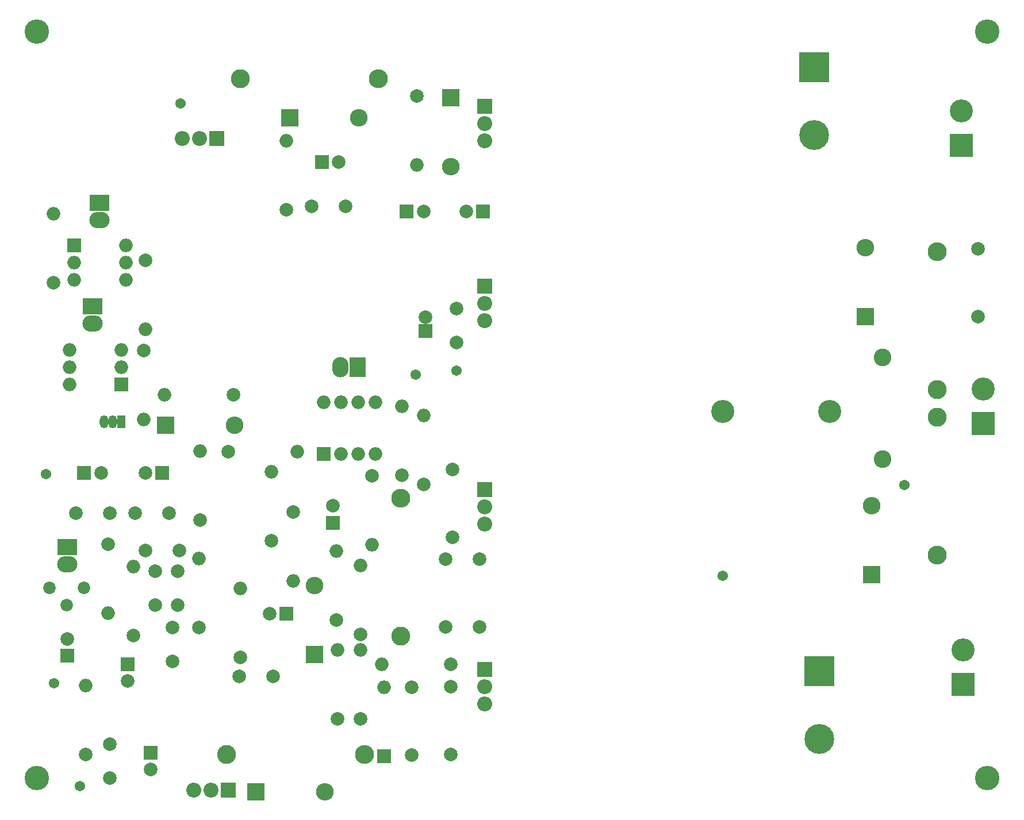
<source format=gts>
%TF.GenerationSoftware,KiCad,Pcbnew,4.0.7*%
%TF.CreationDate,2018-02-19T16:18:31+01:00*%
%TF.ProjectId,IRS2092_board_H61M,495253323039325F626F6172645F4836,beta_v1*%
%TF.FileFunction,Soldermask,Top*%
%FSLAX46Y46*%
G04 Gerber Fmt 4.6, Leading zero omitted, Abs format (unit mm)*
G04 Created by KiCad (PCBNEW 4.0.7) date 02/19/18 16:18:31*
%MOMM*%
%LPD*%
G01*
G04 APERTURE LIST*
%ADD10C,0.100000*%
%ADD11R,4.400000X4.400000*%
%ADD12C,4.400000*%
%ADD13R,2.000000X2.000000*%
%ADD14C,2.000000*%
%ADD15C,2.600000*%
%ADD16R,2.600000X2.600000*%
%ADD17O,2.600000X2.600000*%
%ADD18O,2.000000X2.000000*%
%ADD19R,3.000000X2.400000*%
%ADD20O,3.000000X2.400000*%
%ADD21R,2.400000X3.000000*%
%ADD22O,2.400000X3.000000*%
%ADD23C,3.400000*%
%ADD24O,1.300000X1.900000*%
%ADD25R,1.300000X1.900000*%
%ADD26R,2.200000X2.200000*%
%ADD27O,2.200000X2.200000*%
%ADD28C,2.800000*%
%ADD29O,2.800000X2.800000*%
%ADD30C,1.840000*%
%ADD31C,3.600000*%
%ADD32C,1.543000*%
%ADD33R,3.400000X3.400000*%
G04 APERTURE END LIST*
D10*
D11*
X199500000Y-40250000D03*
D12*
X199500000Y-50250000D03*
D13*
X128600000Y-107400000D03*
D14*
X128600000Y-104900000D03*
X90750000Y-106000000D03*
X95750000Y-106000000D03*
D13*
X103500000Y-100000000D03*
D14*
X101000000Y-100000000D03*
D13*
X89500000Y-127000000D03*
D14*
X89500000Y-124500000D03*
X99500000Y-106000000D03*
X104500000Y-106000000D03*
X102500000Y-114500000D03*
X102500000Y-119500000D03*
X105750000Y-119500000D03*
X105750000Y-114500000D03*
X106000000Y-111500000D03*
X101000000Y-111500000D03*
X125500000Y-60750000D03*
X130500000Y-60750000D03*
D13*
X92000000Y-100000000D03*
D14*
X94500000Y-100000000D03*
D13*
X98400000Y-128200000D03*
D14*
X98400000Y-130700000D03*
X105000000Y-122800000D03*
X105000000Y-127800000D03*
D13*
X127000000Y-54250000D03*
D14*
X129500000Y-54250000D03*
D13*
X121800000Y-120800000D03*
D14*
X119300000Y-120800000D03*
X95750000Y-145000000D03*
X95750000Y-140000000D03*
D13*
X142230000Y-79134000D03*
D14*
X142230000Y-77134000D03*
X146802000Y-75832000D03*
X146802000Y-80832000D03*
D13*
X101750000Y-141250000D03*
D14*
X101750000Y-143750000D03*
X146000000Y-131500000D03*
X146000000Y-141500000D03*
D13*
X150750000Y-61500000D03*
D14*
X148250000Y-61500000D03*
D11*
X200250000Y-129250000D03*
D12*
X200250000Y-139250000D03*
D14*
X146250000Y-109500000D03*
X146250000Y-99500000D03*
X150250000Y-122750000D03*
X150250000Y-112750000D03*
X145250000Y-122750000D03*
X145250000Y-112750000D03*
D13*
X139500000Y-61500000D03*
D14*
X142000000Y-61500000D03*
X140200000Y-141600000D03*
X140200000Y-131600000D03*
D15*
X209600000Y-98000000D03*
X209600000Y-83000000D03*
D14*
X223600000Y-67000000D03*
X223600000Y-77000000D03*
X119800000Y-130000000D03*
X114800000Y-130000000D03*
D16*
X104000000Y-93000000D03*
D17*
X114160000Y-93000000D03*
D16*
X122250000Y-47750000D03*
D17*
X132410000Y-47750000D03*
D16*
X125900000Y-126800000D03*
D17*
X125900000Y-116640000D03*
D13*
X136200000Y-141800000D03*
D18*
X136200000Y-131640000D03*
D16*
X117250000Y-147000000D03*
D17*
X127410000Y-147000000D03*
D16*
X146000000Y-44750000D03*
D17*
X146000000Y-54910000D03*
D16*
X208000000Y-115000000D03*
D17*
X208000000Y-104840000D03*
D16*
X207000000Y-77000000D03*
D17*
X207000000Y-66840000D03*
D19*
X89500000Y-111000000D03*
D20*
X89500000Y-113540000D03*
D19*
X93250000Y-75500000D03*
D20*
X93250000Y-78040000D03*
D19*
X94250000Y-60250000D03*
D20*
X94250000Y-62790000D03*
D21*
X132250000Y-84500000D03*
D22*
X129710000Y-84500000D03*
D23*
X186000000Y-91000000D03*
X201800000Y-91000000D03*
D24*
X96230000Y-92500000D03*
X94960000Y-92500000D03*
D25*
X97500000Y-92500000D03*
D26*
X151000000Y-129000000D03*
D27*
X151000000Y-131540000D03*
X151000000Y-134080000D03*
D26*
X151000000Y-102500000D03*
D27*
X151000000Y-105040000D03*
X151000000Y-107580000D03*
D26*
X151000000Y-46000000D03*
D27*
X151000000Y-48540000D03*
X151000000Y-51080000D03*
D14*
X114000000Y-88500000D03*
D18*
X103840000Y-88500000D03*
D14*
X100750000Y-82000000D03*
D18*
X100750000Y-92160000D03*
D14*
X95500000Y-110500000D03*
D18*
X95500000Y-120660000D03*
D14*
X99250000Y-124000000D03*
D18*
X99250000Y-113840000D03*
D14*
X121750000Y-61250000D03*
D18*
X121750000Y-51090000D03*
D14*
X113200000Y-96900000D03*
D18*
X123360000Y-96900000D03*
D14*
X109100000Y-107000000D03*
D18*
X109100000Y-96840000D03*
D14*
X87500000Y-72000000D03*
D18*
X87500000Y-61840000D03*
D14*
X119600000Y-110000000D03*
D18*
X119600000Y-99840000D03*
D14*
X92250000Y-141500000D03*
D18*
X92250000Y-131340000D03*
D14*
X108900000Y-122800000D03*
D18*
X108900000Y-112640000D03*
D14*
X101000000Y-68750000D03*
D18*
X101000000Y-78910000D03*
D28*
X115000000Y-42000000D03*
D29*
X135320000Y-42000000D03*
D14*
X134400000Y-100500000D03*
D18*
X134400000Y-110660000D03*
D14*
X138800000Y-100400000D03*
D18*
X138800000Y-90240000D03*
D14*
X122800000Y-105800000D03*
D18*
X122800000Y-115960000D03*
D14*
X129100000Y-121700000D03*
D18*
X129100000Y-111540000D03*
D14*
X129300000Y-136300000D03*
D18*
X129300000Y-126140000D03*
D14*
X132700000Y-136300000D03*
D18*
X132700000Y-126140000D03*
D14*
X132700000Y-123800000D03*
D18*
X132700000Y-113640000D03*
D14*
X146000000Y-128200000D03*
D18*
X135840000Y-128200000D03*
D14*
X142000000Y-101750000D03*
D18*
X142000000Y-91590000D03*
D28*
X113000000Y-141500000D03*
D29*
X133320000Y-141500000D03*
D14*
X141000000Y-44500000D03*
D18*
X141000000Y-54660000D03*
D28*
X138600000Y-124100000D03*
D29*
X138600000Y-103780000D03*
D28*
X217600000Y-87800000D03*
D29*
X217600000Y-67480000D03*
D28*
X217600000Y-91800000D03*
D29*
X217600000Y-112120000D03*
D14*
X115000000Y-127200000D03*
D18*
X115000000Y-117040000D03*
D30*
X86920000Y-117000000D03*
X89460000Y-119540000D03*
X92000000Y-117000000D03*
D13*
X97500000Y-87000000D03*
D18*
X89880000Y-81920000D03*
X97500000Y-84460000D03*
X89880000Y-84460000D03*
X97500000Y-81920000D03*
X89880000Y-87000000D03*
D26*
X111500000Y-50750000D03*
D27*
X108960000Y-50750000D03*
X106420000Y-50750000D03*
D13*
X90500000Y-66500000D03*
D18*
X98120000Y-71580000D03*
X90500000Y-69040000D03*
X98120000Y-69040000D03*
X90500000Y-71580000D03*
X98120000Y-66500000D03*
D13*
X127250000Y-97250000D03*
D18*
X134870000Y-89630000D03*
X129790000Y-97250000D03*
X132330000Y-89630000D03*
X132330000Y-97250000D03*
X129790000Y-89630000D03*
X134870000Y-97250000D03*
X127250000Y-89630000D03*
D26*
X113250000Y-146750000D03*
D27*
X110710000Y-146750000D03*
X108170000Y-146750000D03*
D26*
X151000000Y-72500000D03*
D27*
X151000000Y-75040000D03*
X151000000Y-77580000D03*
D31*
X225000000Y-35000000D03*
X225000000Y-145000000D03*
X85000000Y-145000000D03*
X85000000Y-35000000D03*
D32*
X140800000Y-85600000D03*
X146800000Y-85000000D03*
X86400000Y-100200000D03*
X106200000Y-45600000D03*
X91400000Y-146200000D03*
X186000000Y-115200000D03*
X87600000Y-131000000D03*
X212800000Y-101800000D03*
D33*
X221400000Y-131200000D03*
D23*
X221400000Y-126120000D03*
D33*
X224400000Y-92800000D03*
D23*
X224400000Y-87720000D03*
D33*
X221200000Y-51800000D03*
D23*
X221200000Y-46720000D03*
M02*

</source>
